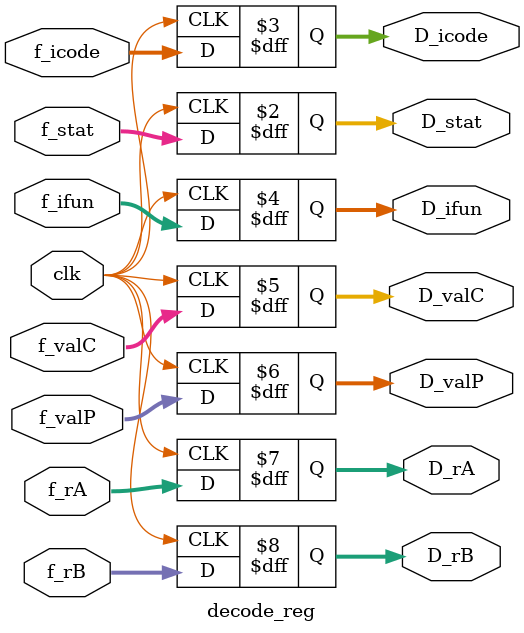
<source format=v>
module decode_reg(
    input clk,
    input [2:0] f_stat,
    input [3:0] f_icode,
    input [3:0] f_ifun,
    input [63:0] f_valC,
    input [63:0] f_valP,
    input [3:0] f_rA,
    input [3:0] f_rB,

    output reg [2:0] D_stat,
    output reg [3:0] D_icode,
    output reg [3:0] D_ifun,
    output reg [63:0] D_valC,
    output reg [63:0] D_valP,
    output reg [3:0] D_rA,
    output reg [3:0] D_rB
);

always @(posedge clk)
begin
    D_stat = f_stat; //might be <= instead of =
    D_icode = f_icode;
    D_ifun = f_ifun;
    D_valC = f_valC;
    D_valP = f_valP;
    D_rA = f_rA;
    D_rB = f_rB;
end
endmodule
</source>
